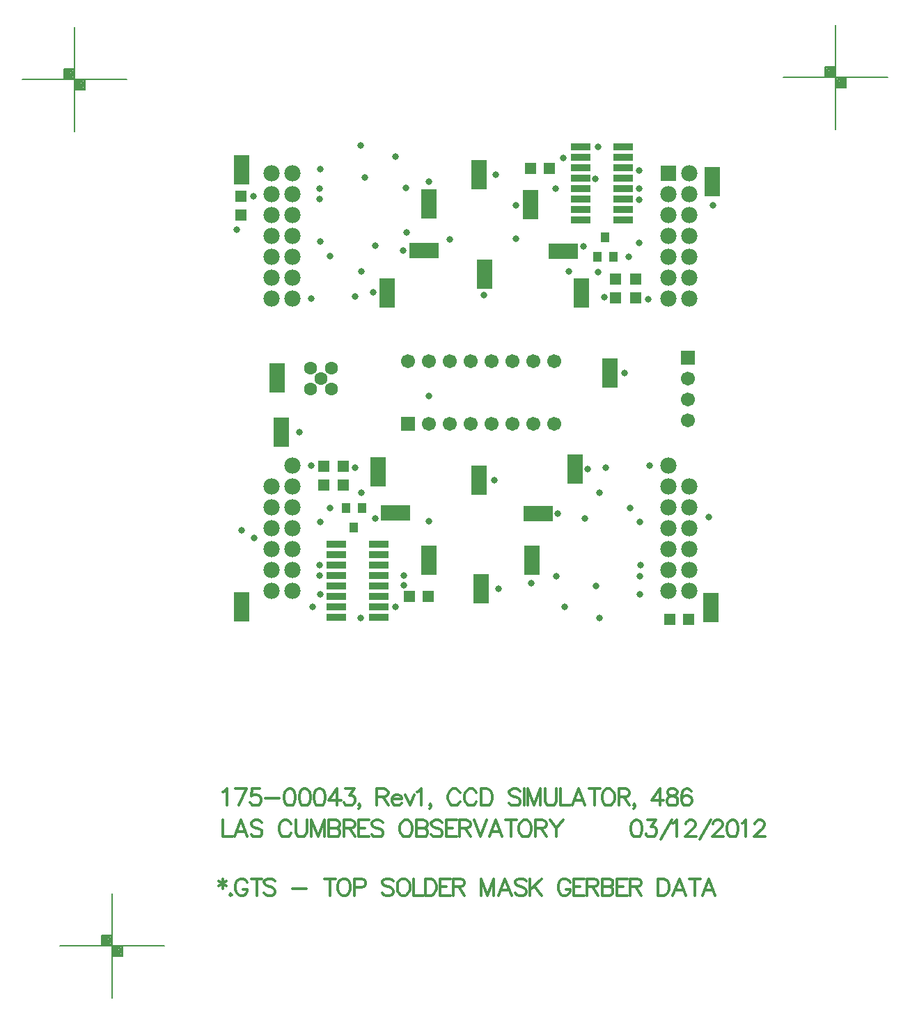
<source format=gts>
%FSLAX23Y23*%
%MOIN*%
G70*
G01*
G75*
G04 Layer_Color=8388736*
%ADD10R,0.070X0.135*%
%ADD11R,0.087X0.024*%
%ADD12R,0.135X0.070*%
%ADD13R,0.050X0.050*%
%ADD14R,0.050X0.050*%
%ADD15R,0.035X0.037*%
%ADD16R,0.035X0.037*%
%ADD17C,0.010*%
%ADD18C,0.012*%
%ADD19C,0.008*%
%ADD20C,0.012*%
%ADD21C,0.012*%
%ADD22R,0.059X0.059*%
%ADD23C,0.059*%
%ADD24C,0.055*%
%ADD25R,0.070X0.070*%
%ADD26C,0.070*%
%ADD27C,0.024*%
%ADD28C,0.040*%
%ADD29C,0.075*%
G04:AMPARAMS|DCode=30|XSize=95.433mil|YSize=95.433mil|CornerRadius=0mil|HoleSize=0mil|Usage=FLASHONLY|Rotation=0.000|XOffset=0mil|YOffset=0mil|HoleType=Round|Shape=Relief|Width=10mil|Gap=10mil|Entries=4|*
%AMTHD30*
7,0,0,0.095,0.075,0.010,45*
%
%ADD30THD30*%
G04:AMPARAMS|DCode=31|XSize=93.465mil|YSize=93.465mil|CornerRadius=0mil|HoleSize=0mil|Usage=FLASHONLY|Rotation=0.000|XOffset=0mil|YOffset=0mil|HoleType=Round|Shape=Relief|Width=10mil|Gap=10mil|Entries=4|*
%AMTHD31*
7,0,0,0.093,0.073,0.010,45*
%
%ADD31THD31*%
%ADD32C,0.073*%
G04:AMPARAMS|DCode=33|XSize=100mil|YSize=100mil|CornerRadius=0mil|HoleSize=0mil|Usage=FLASHONLY|Rotation=0.000|XOffset=0mil|YOffset=0mil|HoleType=Round|Shape=Relief|Width=10mil|Gap=10mil|Entries=4|*
%AMTHD33*
7,0,0,0.100,0.080,0.010,45*
%
%ADD33THD33*%
%ADD34C,0.080*%
%ADD35C,0.050*%
G04:AMPARAMS|DCode=36|XSize=70mil|YSize=70mil|CornerRadius=0mil|HoleSize=0mil|Usage=FLASHONLY|Rotation=0.000|XOffset=0mil|YOffset=0mil|HoleType=Round|Shape=Relief|Width=10mil|Gap=10mil|Entries=4|*
%AMTHD36*
7,0,0,0.070,0.050,0.010,45*
%
%ADD36THD36*%
%ADD37C,0.005*%
%ADD38C,0.006*%
%ADD39C,0.008*%
%ADD40C,0.010*%
%ADD41C,0.024*%
%ADD42C,0.010*%
%ADD43C,0.007*%
%ADD44R,0.169X0.072*%
%ADD45R,0.078X0.143*%
%ADD46R,0.095X0.032*%
%ADD47R,0.143X0.078*%
%ADD48R,0.058X0.058*%
%ADD49R,0.058X0.058*%
%ADD50R,0.043X0.045*%
%ADD51R,0.043X0.045*%
%ADD52R,0.067X0.067*%
%ADD53C,0.067*%
%ADD54C,0.063*%
%ADD55R,0.078X0.078*%
%ADD56C,0.078*%
%ADD57C,0.032*%
D18*
X14113Y6377D02*
Y6331D01*
X14094Y6366D02*
X14132Y6343D01*
Y6366D02*
X14094Y6343D01*
X14152Y6305D02*
X14148Y6301D01*
X14152Y6297D01*
X14156Y6301D01*
X14152Y6305D01*
X14231Y6358D02*
X14227Y6366D01*
X14219Y6373D01*
X14212Y6377D01*
X14196D01*
X14189Y6373D01*
X14181Y6366D01*
X14177Y6358D01*
X14174Y6347D01*
Y6327D01*
X14177Y6316D01*
X14181Y6308D01*
X14189Y6301D01*
X14196Y6297D01*
X14212D01*
X14219Y6301D01*
X14227Y6308D01*
X14231Y6316D01*
Y6327D01*
X14212D02*
X14231D01*
X14276Y6377D02*
Y6297D01*
X14249Y6377D02*
X14302D01*
X14365Y6366D02*
X14358Y6373D01*
X14346Y6377D01*
X14331D01*
X14319Y6373D01*
X14312Y6366D01*
Y6358D01*
X14316Y6350D01*
X14319Y6347D01*
X14327Y6343D01*
X14350Y6335D01*
X14358Y6331D01*
X14361Y6327D01*
X14365Y6320D01*
Y6308D01*
X14358Y6301D01*
X14346Y6297D01*
X14331D01*
X14319Y6301D01*
X14312Y6308D01*
X14446Y6331D02*
X14514D01*
X14628Y6377D02*
Y6297D01*
X14601Y6377D02*
X14654D01*
X14687D02*
X14679Y6373D01*
X14671Y6366D01*
X14668Y6358D01*
X14664Y6347D01*
Y6327D01*
X14668Y6316D01*
X14671Y6308D01*
X14679Y6301D01*
X14687Y6297D01*
X14702D01*
X14709Y6301D01*
X14717Y6308D01*
X14721Y6316D01*
X14725Y6327D01*
Y6347D01*
X14721Y6358D01*
X14717Y6366D01*
X14709Y6373D01*
X14702Y6377D01*
X14687D01*
X14743Y6335D02*
X14778D01*
X14789Y6339D01*
X14793Y6343D01*
X14797Y6350D01*
Y6362D01*
X14793Y6369D01*
X14789Y6373D01*
X14778Y6377D01*
X14743D01*
Y6297D01*
X14931Y6366D02*
X14923Y6373D01*
X14912Y6377D01*
X14896D01*
X14885Y6373D01*
X14877Y6366D01*
Y6358D01*
X14881Y6350D01*
X14885Y6347D01*
X14893Y6343D01*
X14916Y6335D01*
X14923Y6331D01*
X14927Y6327D01*
X14931Y6320D01*
Y6308D01*
X14923Y6301D01*
X14912Y6297D01*
X14896D01*
X14885Y6301D01*
X14877Y6308D01*
X14972Y6377D02*
X14964Y6373D01*
X14956Y6366D01*
X14952Y6358D01*
X14949Y6347D01*
Y6327D01*
X14952Y6316D01*
X14956Y6308D01*
X14964Y6301D01*
X14972Y6297D01*
X14987D01*
X14994Y6301D01*
X15002Y6308D01*
X15006Y6316D01*
X15010Y6327D01*
Y6347D01*
X15006Y6358D01*
X15002Y6366D01*
X14994Y6373D01*
X14987Y6377D01*
X14972D01*
X15028D02*
Y6297D01*
X15074D01*
X15083Y6377D02*
Y6297D01*
Y6377D02*
X15109D01*
X15121Y6373D01*
X15128Y6366D01*
X15132Y6358D01*
X15136Y6347D01*
Y6327D01*
X15132Y6316D01*
X15128Y6308D01*
X15121Y6301D01*
X15109Y6297D01*
X15083D01*
X15203Y6377D02*
X15154D01*
Y6297D01*
X15203D01*
X15154Y6339D02*
X15184D01*
X15217Y6377D02*
Y6297D01*
Y6377D02*
X15251D01*
X15263Y6373D01*
X15266Y6369D01*
X15270Y6362D01*
Y6354D01*
X15266Y6347D01*
X15263Y6343D01*
X15251Y6339D01*
X15217D01*
X15243D02*
X15270Y6297D01*
X15351Y6377D02*
Y6297D01*
Y6377D02*
X15381Y6297D01*
X15412Y6377D02*
X15381Y6297D01*
X15412Y6377D02*
Y6297D01*
X15496D02*
X15465Y6377D01*
X15435Y6297D01*
X15446Y6324D02*
X15484D01*
X15568Y6366D02*
X15560Y6373D01*
X15549Y6377D01*
X15533D01*
X15522Y6373D01*
X15514Y6366D01*
Y6358D01*
X15518Y6350D01*
X15522Y6347D01*
X15530Y6343D01*
X15552Y6335D01*
X15560Y6331D01*
X15564Y6327D01*
X15568Y6320D01*
Y6308D01*
X15560Y6301D01*
X15549Y6297D01*
X15533D01*
X15522Y6301D01*
X15514Y6308D01*
X15585Y6377D02*
Y6297D01*
X15639Y6377D02*
X15585Y6324D01*
X15605Y6343D02*
X15639Y6297D01*
X15777Y6358D02*
X15773Y6366D01*
X15765Y6373D01*
X15758Y6377D01*
X15742D01*
X15735Y6373D01*
X15727Y6366D01*
X15723Y6358D01*
X15720Y6347D01*
Y6327D01*
X15723Y6316D01*
X15727Y6308D01*
X15735Y6301D01*
X15742Y6297D01*
X15758D01*
X15765Y6301D01*
X15773Y6308D01*
X15777Y6316D01*
Y6327D01*
X15758D02*
X15777D01*
X15844Y6377D02*
X15795D01*
Y6297D01*
X15844D01*
X15795Y6339D02*
X15825D01*
X15858Y6377D02*
Y6297D01*
Y6377D02*
X15892D01*
X15904Y6373D01*
X15907Y6369D01*
X15911Y6362D01*
Y6354D01*
X15907Y6347D01*
X15904Y6343D01*
X15892Y6339D01*
X15858D01*
X15884D02*
X15911Y6297D01*
X15929Y6377D02*
Y6297D01*
Y6377D02*
X15963D01*
X15975Y6373D01*
X15979Y6369D01*
X15982Y6362D01*
Y6354D01*
X15979Y6347D01*
X15975Y6343D01*
X15963Y6339D01*
X15929D02*
X15963D01*
X15975Y6335D01*
X15979Y6331D01*
X15982Y6324D01*
Y6312D01*
X15979Y6305D01*
X15975Y6301D01*
X15963Y6297D01*
X15929D01*
X16050Y6377D02*
X16000D01*
Y6297D01*
X16050D01*
X16000Y6339D02*
X16031D01*
X16063Y6377D02*
Y6297D01*
Y6377D02*
X16097D01*
X16109Y6373D01*
X16113Y6369D01*
X16116Y6362D01*
Y6354D01*
X16113Y6347D01*
X16109Y6343D01*
X16097Y6339D01*
X16063D01*
X16090D02*
X16116Y6297D01*
X16197Y6377D02*
Y6297D01*
Y6377D02*
X16224D01*
X16235Y6373D01*
X16243Y6366D01*
X16247Y6358D01*
X16250Y6347D01*
Y6327D01*
X16247Y6316D01*
X16243Y6308D01*
X16235Y6301D01*
X16224Y6297D01*
X16197D01*
X16329D02*
X16299Y6377D01*
X16268Y6297D01*
X16280Y6324D02*
X16318D01*
X16375Y6377D02*
Y6297D01*
X16348Y6377D02*
X16401D01*
X16472Y6297D02*
X16441Y6377D01*
X16411Y6297D01*
X16422Y6324D02*
X16460D01*
D19*
X16796Y10217D02*
X17296D01*
X17046Y9967D02*
Y10467D01*
X17096Y10167D02*
Y10217D01*
X17046Y10167D02*
X17096D01*
X16996Y10217D02*
Y10267D01*
X17046D01*
X17001Y10222D02*
X17041D01*
X17001D02*
Y10262D01*
X17041D01*
Y10222D02*
Y10262D01*
X17006Y10227D02*
X17036D01*
X17006D02*
Y10257D01*
X17036D01*
Y10232D02*
Y10257D01*
X17011Y10232D02*
X17031D01*
X17011D02*
Y10252D01*
X17031D01*
Y10237D02*
Y10252D01*
X17016Y10237D02*
X17026D01*
X17016D02*
Y10247D01*
X17026D01*
Y10237D02*
Y10247D01*
X17016Y10242D02*
X17026D01*
X17051Y10172D02*
X17091D01*
X17051D02*
Y10212D01*
X17091D01*
Y10172D02*
Y10212D01*
X17056Y10177D02*
X17086D01*
X17056D02*
Y10207D01*
X17086D01*
Y10182D02*
Y10207D01*
X17061Y10182D02*
X17081D01*
X17061D02*
Y10202D01*
X17081D01*
Y10187D02*
Y10202D01*
X17066Y10187D02*
X17076D01*
X17066D02*
Y10197D01*
X17076D01*
Y10187D02*
Y10197D01*
X17066Y10192D02*
X17076D01*
X13155Y10207D02*
X13655D01*
X13405Y9957D02*
Y10457D01*
X13455Y10157D02*
Y10207D01*
X13405Y10157D02*
X13455D01*
X13355Y10207D02*
Y10257D01*
X13405D01*
X13360Y10212D02*
X13400D01*
X13360D02*
Y10252D01*
X13400D01*
Y10212D02*
Y10252D01*
X13365Y10217D02*
X13395D01*
X13365D02*
Y10247D01*
X13395D01*
Y10222D02*
Y10247D01*
X13370Y10222D02*
X13390D01*
X13370D02*
Y10242D01*
X13390D01*
Y10227D02*
Y10242D01*
X13375Y10227D02*
X13385D01*
X13375D02*
Y10237D01*
X13385D01*
Y10227D02*
Y10237D01*
X13375Y10232D02*
X13385D01*
X13410Y10162D02*
X13450D01*
X13410D02*
Y10202D01*
X13450D01*
Y10162D02*
Y10202D01*
X13415Y10167D02*
X13445D01*
X13415D02*
Y10197D01*
X13445D01*
Y10172D02*
Y10197D01*
X13420Y10172D02*
X13440D01*
X13420D02*
Y10192D01*
X13440D01*
Y10177D02*
Y10192D01*
X13425Y10177D02*
X13435D01*
X13425D02*
Y10187D01*
X13435D01*
Y10177D02*
Y10187D01*
X13425Y10182D02*
X13435D01*
X13334Y6057D02*
X13834D01*
X13584Y5807D02*
Y6307D01*
X13634Y6007D02*
Y6057D01*
X13584Y6007D02*
X13634D01*
X13534Y6057D02*
Y6107D01*
X13584D01*
X13539Y6062D02*
X13579D01*
X13539D02*
Y6102D01*
X13579D01*
Y6062D02*
Y6102D01*
X13544Y6067D02*
X13574D01*
X13544D02*
Y6097D01*
X13574D01*
Y6072D02*
Y6097D01*
X13549Y6072D02*
X13569D01*
X13549D02*
Y6092D01*
X13569D01*
Y6077D02*
Y6092D01*
X13554Y6077D02*
X13564D01*
X13554D02*
Y6087D01*
X13564D01*
Y6077D02*
Y6087D01*
X13554Y6082D02*
X13564D01*
X13589Y6012D02*
X13629D01*
X13589D02*
Y6052D01*
X13629D01*
Y6012D02*
Y6052D01*
X13594Y6017D02*
X13624D01*
X13594D02*
Y6047D01*
X13624D01*
Y6022D02*
Y6047D01*
X13599Y6022D02*
X13619D01*
X13599D02*
Y6042D01*
X13619D01*
Y6027D02*
Y6042D01*
X13604Y6027D02*
X13614D01*
X13604D02*
Y6037D01*
X13614D01*
Y6027D02*
Y6037D01*
X13604Y6032D02*
X13614D01*
D20*
X14115Y6658D02*
Y6578D01*
X14161D01*
X14230D02*
X14200Y6658D01*
X14169Y6578D01*
X14181Y6604D02*
X14219D01*
X14302Y6646D02*
X14295Y6654D01*
X14283Y6658D01*
X14268D01*
X14257Y6654D01*
X14249Y6646D01*
Y6639D01*
X14253Y6631D01*
X14257Y6627D01*
X14264Y6623D01*
X14287Y6616D01*
X14295Y6612D01*
X14299Y6608D01*
X14302Y6600D01*
Y6589D01*
X14295Y6581D01*
X14283Y6578D01*
X14268D01*
X14257Y6581D01*
X14249Y6589D01*
X14440Y6639D02*
X14436Y6646D01*
X14429Y6654D01*
X14421Y6658D01*
X14406D01*
X14398Y6654D01*
X14391Y6646D01*
X14387Y6639D01*
X14383Y6627D01*
Y6608D01*
X14387Y6597D01*
X14391Y6589D01*
X14398Y6581D01*
X14406Y6578D01*
X14421D01*
X14429Y6581D01*
X14436Y6589D01*
X14440Y6597D01*
X14463Y6658D02*
Y6600D01*
X14467Y6589D01*
X14474Y6581D01*
X14486Y6578D01*
X14493D01*
X14505Y6581D01*
X14512Y6589D01*
X14516Y6600D01*
Y6658D01*
X14538D02*
Y6578D01*
Y6658D02*
X14569Y6578D01*
X14599Y6658D02*
X14569Y6578D01*
X14599Y6658D02*
Y6578D01*
X14622Y6658D02*
Y6578D01*
Y6658D02*
X14656D01*
X14668Y6654D01*
X14671Y6650D01*
X14675Y6642D01*
Y6635D01*
X14671Y6627D01*
X14668Y6623D01*
X14656Y6619D01*
X14622D02*
X14656D01*
X14668Y6616D01*
X14671Y6612D01*
X14675Y6604D01*
Y6593D01*
X14671Y6585D01*
X14668Y6581D01*
X14656Y6578D01*
X14622D01*
X14693Y6658D02*
Y6578D01*
Y6658D02*
X14727D01*
X14739Y6654D01*
X14743Y6650D01*
X14747Y6642D01*
Y6635D01*
X14743Y6627D01*
X14739Y6623D01*
X14727Y6619D01*
X14693D01*
X14720D02*
X14747Y6578D01*
X14814Y6658D02*
X14764D01*
Y6578D01*
X14814D01*
X14764Y6619D02*
X14795D01*
X14881Y6646D02*
X14873Y6654D01*
X14862Y6658D01*
X14846D01*
X14835Y6654D01*
X14827Y6646D01*
Y6639D01*
X14831Y6631D01*
X14835Y6627D01*
X14842Y6623D01*
X14865Y6616D01*
X14873Y6612D01*
X14877Y6608D01*
X14881Y6600D01*
Y6589D01*
X14873Y6581D01*
X14862Y6578D01*
X14846D01*
X14835Y6581D01*
X14827Y6589D01*
X14984Y6658D02*
X14977Y6654D01*
X14969Y6646D01*
X14965Y6639D01*
X14961Y6627D01*
Y6608D01*
X14965Y6597D01*
X14969Y6589D01*
X14977Y6581D01*
X14984Y6578D01*
X14999D01*
X15007Y6581D01*
X15015Y6589D01*
X15018Y6597D01*
X15022Y6608D01*
Y6627D01*
X15018Y6639D01*
X15015Y6646D01*
X15007Y6654D01*
X14999Y6658D01*
X14984D01*
X15041D02*
Y6578D01*
Y6658D02*
X15075D01*
X15087Y6654D01*
X15090Y6650D01*
X15094Y6642D01*
Y6635D01*
X15090Y6627D01*
X15087Y6623D01*
X15075Y6619D01*
X15041D02*
X15075D01*
X15087Y6616D01*
X15090Y6612D01*
X15094Y6604D01*
Y6593D01*
X15090Y6585D01*
X15087Y6581D01*
X15075Y6578D01*
X15041D01*
X15165Y6646D02*
X15158Y6654D01*
X15146Y6658D01*
X15131D01*
X15120Y6654D01*
X15112Y6646D01*
Y6639D01*
X15116Y6631D01*
X15120Y6627D01*
X15127Y6623D01*
X15150Y6616D01*
X15158Y6612D01*
X15162Y6608D01*
X15165Y6600D01*
Y6589D01*
X15158Y6581D01*
X15146Y6578D01*
X15131D01*
X15120Y6581D01*
X15112Y6589D01*
X15233Y6658D02*
X15183D01*
Y6578D01*
X15233D01*
X15183Y6619D02*
X15214D01*
X15246Y6658D02*
Y6578D01*
Y6658D02*
X15280D01*
X15292Y6654D01*
X15296Y6650D01*
X15300Y6642D01*
Y6635D01*
X15296Y6627D01*
X15292Y6623D01*
X15280Y6619D01*
X15246D01*
X15273D02*
X15300Y6578D01*
X15317Y6658D02*
X15348Y6578D01*
X15378Y6658D02*
X15348Y6578D01*
X15450D02*
X15419Y6658D01*
X15389Y6578D01*
X15400Y6604D02*
X15438D01*
X15495Y6658D02*
Y6578D01*
X15468Y6658D02*
X15522D01*
X15554D02*
X15546Y6654D01*
X15539Y6646D01*
X15535Y6639D01*
X15531Y6627D01*
Y6608D01*
X15535Y6597D01*
X15539Y6589D01*
X15546Y6581D01*
X15554Y6578D01*
X15569D01*
X15577Y6581D01*
X15584Y6589D01*
X15588Y6597D01*
X15592Y6608D01*
Y6627D01*
X15588Y6639D01*
X15584Y6646D01*
X15577Y6654D01*
X15569Y6658D01*
X15554D01*
X15611D02*
Y6578D01*
Y6658D02*
X15645D01*
X15656Y6654D01*
X15660Y6650D01*
X15664Y6642D01*
Y6635D01*
X15660Y6627D01*
X15656Y6623D01*
X15645Y6619D01*
X15611D01*
X15637D02*
X15664Y6578D01*
X15682Y6658D02*
X15712Y6619D01*
Y6578D01*
X15743Y6658D02*
X15712Y6619D01*
X16090Y6658D02*
X16079Y6654D01*
X16071Y6642D01*
X16067Y6623D01*
Y6612D01*
X16071Y6593D01*
X16079Y6581D01*
X16090Y6578D01*
X16098D01*
X16109Y6581D01*
X16117Y6593D01*
X16121Y6612D01*
Y6623D01*
X16117Y6642D01*
X16109Y6654D01*
X16098Y6658D01*
X16090D01*
X16146D02*
X16188D01*
X16165Y6627D01*
X16177D01*
X16184Y6623D01*
X16188Y6619D01*
X16192Y6608D01*
Y6600D01*
X16188Y6589D01*
X16180Y6581D01*
X16169Y6578D01*
X16158D01*
X16146Y6581D01*
X16142Y6585D01*
X16139Y6593D01*
X16210Y6566D02*
X16263Y6658D01*
X16268Y6642D02*
X16276Y6646D01*
X16288Y6658D01*
Y6578D01*
X16331Y6639D02*
Y6642D01*
X16335Y6650D01*
X16339Y6654D01*
X16346Y6658D01*
X16361D01*
X16369Y6654D01*
X16373Y6650D01*
X16377Y6642D01*
Y6635D01*
X16373Y6627D01*
X16365Y6616D01*
X16327Y6578D01*
X16380D01*
X16398Y6566D02*
X16452Y6658D01*
X16461Y6639D02*
Y6642D01*
X16465Y6650D01*
X16468Y6654D01*
X16476Y6658D01*
X16491D01*
X16499Y6654D01*
X16503Y6650D01*
X16507Y6642D01*
Y6635D01*
X16503Y6627D01*
X16495Y6616D01*
X16457Y6578D01*
X16510D01*
X16551Y6658D02*
X16540Y6654D01*
X16532Y6642D01*
X16528Y6623D01*
Y6612D01*
X16532Y6593D01*
X16540Y6581D01*
X16551Y6578D01*
X16559D01*
X16570Y6581D01*
X16578Y6593D01*
X16582Y6612D01*
Y6623D01*
X16578Y6642D01*
X16570Y6654D01*
X16559Y6658D01*
X16551D01*
X16599Y6642D02*
X16607Y6646D01*
X16618Y6658D01*
Y6578D01*
X16662Y6639D02*
Y6642D01*
X16666Y6650D01*
X16670Y6654D01*
X16677Y6658D01*
X16692D01*
X16700Y6654D01*
X16704Y6650D01*
X16708Y6642D01*
Y6635D01*
X16704Y6627D01*
X16696Y6616D01*
X16658Y6578D01*
X16711D01*
D21*
X14115Y6792D02*
X14123Y6796D01*
X14134Y6808D01*
Y6728D01*
X14227Y6808D02*
X14189Y6728D01*
X14174Y6808D02*
X14227D01*
X14291D02*
X14253D01*
X14249Y6773D01*
X14253Y6777D01*
X14264Y6781D01*
X14275D01*
X14287Y6777D01*
X14294Y6769D01*
X14298Y6758D01*
Y6750D01*
X14294Y6739D01*
X14287Y6731D01*
X14275Y6728D01*
X14264D01*
X14253Y6731D01*
X14249Y6735D01*
X14245Y6743D01*
X14316Y6762D02*
X14385D01*
X14431Y6808D02*
X14420Y6804D01*
X14412Y6792D01*
X14408Y6773D01*
Y6762D01*
X14412Y6743D01*
X14420Y6731D01*
X14431Y6728D01*
X14439D01*
X14450Y6731D01*
X14458Y6743D01*
X14462Y6762D01*
Y6773D01*
X14458Y6792D01*
X14450Y6804D01*
X14439Y6808D01*
X14431D01*
X14502D02*
X14491Y6804D01*
X14483Y6792D01*
X14480Y6773D01*
Y6762D01*
X14483Y6743D01*
X14491Y6731D01*
X14502Y6728D01*
X14510D01*
X14521Y6731D01*
X14529Y6743D01*
X14533Y6762D01*
Y6773D01*
X14529Y6792D01*
X14521Y6804D01*
X14510Y6808D01*
X14502D01*
X14574D02*
X14562Y6804D01*
X14555Y6792D01*
X14551Y6773D01*
Y6762D01*
X14555Y6743D01*
X14562Y6731D01*
X14574Y6728D01*
X14581D01*
X14593Y6731D01*
X14600Y6743D01*
X14604Y6762D01*
Y6773D01*
X14600Y6792D01*
X14593Y6804D01*
X14581Y6808D01*
X14574D01*
X14660D02*
X14622Y6754D01*
X14679D01*
X14660Y6808D02*
Y6728D01*
X14701Y6808D02*
X14743D01*
X14720Y6777D01*
X14731D01*
X14739Y6773D01*
X14743Y6769D01*
X14747Y6758D01*
Y6750D01*
X14743Y6739D01*
X14735Y6731D01*
X14724Y6728D01*
X14712D01*
X14701Y6731D01*
X14697Y6735D01*
X14693Y6743D01*
X14772Y6731D02*
X14768Y6728D01*
X14764Y6731D01*
X14768Y6735D01*
X14772Y6731D01*
Y6724D01*
X14768Y6716D01*
X14764Y6712D01*
X14852Y6808D02*
Y6728D01*
Y6808D02*
X14887D01*
X14898Y6804D01*
X14902Y6800D01*
X14906Y6792D01*
Y6785D01*
X14902Y6777D01*
X14898Y6773D01*
X14887Y6769D01*
X14852D01*
X14879D02*
X14906Y6728D01*
X14924Y6758D02*
X14969D01*
Y6766D01*
X14966Y6773D01*
X14962Y6777D01*
X14954Y6781D01*
X14943D01*
X14935Y6777D01*
X14927Y6769D01*
X14924Y6758D01*
Y6750D01*
X14927Y6739D01*
X14935Y6731D01*
X14943Y6728D01*
X14954D01*
X14962Y6731D01*
X14969Y6739D01*
X14986Y6781D02*
X15009Y6728D01*
X15032Y6781D02*
X15009Y6728D01*
X15045Y6792D02*
X15053Y6796D01*
X15064Y6808D01*
Y6728D01*
X15111Y6731D02*
X15108Y6728D01*
X15104Y6731D01*
X15108Y6735D01*
X15111Y6731D01*
Y6724D01*
X15108Y6716D01*
X15104Y6712D01*
X15249Y6789D02*
X15245Y6796D01*
X15237Y6804D01*
X15230Y6808D01*
X15215D01*
X15207Y6804D01*
X15199Y6796D01*
X15196Y6789D01*
X15192Y6777D01*
Y6758D01*
X15196Y6747D01*
X15199Y6739D01*
X15207Y6731D01*
X15215Y6728D01*
X15230D01*
X15237Y6731D01*
X15245Y6739D01*
X15249Y6747D01*
X15328Y6789D02*
X15325Y6796D01*
X15317Y6804D01*
X15309Y6808D01*
X15294D01*
X15287Y6804D01*
X15279Y6796D01*
X15275Y6789D01*
X15271Y6777D01*
Y6758D01*
X15275Y6747D01*
X15279Y6739D01*
X15287Y6731D01*
X15294Y6728D01*
X15309D01*
X15317Y6731D01*
X15325Y6739D01*
X15328Y6747D01*
X15351Y6808D02*
Y6728D01*
Y6808D02*
X15378D01*
X15389Y6804D01*
X15397Y6796D01*
X15400Y6789D01*
X15404Y6777D01*
Y6758D01*
X15400Y6747D01*
X15397Y6739D01*
X15389Y6731D01*
X15378Y6728D01*
X15351D01*
X15538Y6796D02*
X15531Y6804D01*
X15519Y6808D01*
X15504D01*
X15493Y6804D01*
X15485Y6796D01*
Y6789D01*
X15489Y6781D01*
X15493Y6777D01*
X15500Y6773D01*
X15523Y6766D01*
X15531Y6762D01*
X15535Y6758D01*
X15538Y6750D01*
Y6739D01*
X15531Y6731D01*
X15519Y6728D01*
X15504D01*
X15493Y6731D01*
X15485Y6739D01*
X15556Y6808D02*
Y6728D01*
X15573Y6808D02*
Y6728D01*
Y6808D02*
X15603Y6728D01*
X15634Y6808D02*
X15603Y6728D01*
X15634Y6808D02*
Y6728D01*
X15657Y6808D02*
Y6750D01*
X15661Y6739D01*
X15668Y6731D01*
X15680Y6728D01*
X15687D01*
X15699Y6731D01*
X15706Y6739D01*
X15710Y6750D01*
Y6808D01*
X15732D02*
Y6728D01*
X15778D01*
X15848D02*
X15817Y6808D01*
X15787Y6728D01*
X15798Y6754D02*
X15836D01*
X15893Y6808D02*
Y6728D01*
X15866Y6808D02*
X15920D01*
X15952D02*
X15944Y6804D01*
X15937Y6796D01*
X15933Y6789D01*
X15929Y6777D01*
Y6758D01*
X15933Y6747D01*
X15937Y6739D01*
X15944Y6731D01*
X15952Y6728D01*
X15967D01*
X15975Y6731D01*
X15982Y6739D01*
X15986Y6747D01*
X15990Y6758D01*
Y6777D01*
X15986Y6789D01*
X15982Y6796D01*
X15975Y6804D01*
X15967Y6808D01*
X15952D01*
X16009D02*
Y6728D01*
Y6808D02*
X16043D01*
X16054Y6804D01*
X16058Y6800D01*
X16062Y6792D01*
Y6785D01*
X16058Y6777D01*
X16054Y6773D01*
X16043Y6769D01*
X16009D01*
X16035D02*
X16062Y6728D01*
X16088Y6731D02*
X16084Y6728D01*
X16080Y6731D01*
X16084Y6735D01*
X16088Y6731D01*
Y6724D01*
X16084Y6716D01*
X16080Y6712D01*
X16206Y6808D02*
X16168Y6754D01*
X16225D01*
X16206Y6808D02*
Y6728D01*
X16258Y6808D02*
X16247Y6804D01*
X16243Y6796D01*
Y6789D01*
X16247Y6781D01*
X16254Y6777D01*
X16270Y6773D01*
X16281Y6769D01*
X16289Y6762D01*
X16292Y6754D01*
Y6743D01*
X16289Y6735D01*
X16285Y6731D01*
X16273Y6728D01*
X16258D01*
X16247Y6731D01*
X16243Y6735D01*
X16239Y6743D01*
Y6754D01*
X16243Y6762D01*
X16251Y6769D01*
X16262Y6773D01*
X16277Y6777D01*
X16285Y6781D01*
X16289Y6789D01*
Y6796D01*
X16285Y6804D01*
X16273Y6808D01*
X16258D01*
X16356Y6796D02*
X16352Y6804D01*
X16341Y6808D01*
X16333D01*
X16322Y6804D01*
X16314Y6792D01*
X16310Y6773D01*
Y6754D01*
X16314Y6739D01*
X16322Y6731D01*
X16333Y6728D01*
X16337D01*
X16348Y6731D01*
X16356Y6739D01*
X16360Y6750D01*
Y6754D01*
X16356Y6766D01*
X16348Y6773D01*
X16337Y6777D01*
X16333D01*
X16322Y6773D01*
X16314Y6766D01*
X16310Y6754D01*
D45*
X15340Y8286D02*
D03*
X15366Y9274D02*
D03*
X15967Y8798D02*
D03*
X14373Y8776D02*
D03*
X16451Y7677D02*
D03*
X15352Y7767D02*
D03*
X15342Y9748D02*
D03*
X14205Y9772D02*
D03*
X14203Y7680D02*
D03*
X16458Y9717D02*
D03*
X15800Y8340D02*
D03*
X15830Y9183D02*
D03*
X14902Y9182D02*
D03*
X14856Y8327D02*
D03*
X15593Y7904D02*
D03*
X15587Y9606D02*
D03*
X15099Y9610D02*
D03*
Y7904D02*
D03*
X14394Y8517D02*
D03*
D46*
X15826Y9882D02*
D03*
Y9832D02*
D03*
Y9782D02*
D03*
Y9732D02*
D03*
Y9682D02*
D03*
Y9632D02*
D03*
Y9582D02*
D03*
Y9532D02*
D03*
X16031Y9882D02*
D03*
Y9832D02*
D03*
Y9782D02*
D03*
Y9732D02*
D03*
Y9682D02*
D03*
Y9632D02*
D03*
Y9582D02*
D03*
Y9532D02*
D03*
X14861Y7628D02*
D03*
Y7678D02*
D03*
Y7728D02*
D03*
Y7778D02*
D03*
Y7828D02*
D03*
Y7878D02*
D03*
Y7928D02*
D03*
Y7978D02*
D03*
X14656Y7628D02*
D03*
Y7678D02*
D03*
Y7728D02*
D03*
Y7778D02*
D03*
Y7828D02*
D03*
Y7878D02*
D03*
Y7928D02*
D03*
Y7978D02*
D03*
D47*
X15624Y8127D02*
D03*
X15744Y9382D02*
D03*
X15077Y9385D02*
D03*
X14942Y8128D02*
D03*
D48*
X16344Y7618D02*
D03*
X16254D02*
D03*
X15678Y9781D02*
D03*
X15588D02*
D03*
X15008Y7729D02*
D03*
X15098D02*
D03*
D49*
X14200Y9557D02*
D03*
Y9647D02*
D03*
X16090Y9248D02*
D03*
Y9158D02*
D03*
X14596Y8262D02*
D03*
Y8352D02*
D03*
X15995Y9248D02*
D03*
Y9158D02*
D03*
X14691Y8262D02*
D03*
Y8352D02*
D03*
D50*
X15945Y9449D02*
D03*
X15908Y9357D02*
D03*
X14741Y8061D02*
D03*
X14779Y8153D02*
D03*
D51*
X15983Y9357D02*
D03*
X14704Y8153D02*
D03*
D52*
X14999Y8557D02*
D03*
X16342Y8874D02*
D03*
D53*
X15099Y8557D02*
D03*
X15199D02*
D03*
X15299D02*
D03*
X15399D02*
D03*
X15499D02*
D03*
X15599D02*
D03*
X15699D02*
D03*
X14999Y8857D02*
D03*
X15099D02*
D03*
X15199D02*
D03*
X15299D02*
D03*
X15399D02*
D03*
X15499D02*
D03*
X15599D02*
D03*
X15699D02*
D03*
X16342Y8574D02*
D03*
Y8674D02*
D03*
Y8774D02*
D03*
D54*
X14635Y8722D02*
D03*
X14535D02*
D03*
Y8822D02*
D03*
X14635D02*
D03*
X14585Y8772D02*
D03*
D55*
X16246Y9757D02*
D03*
D56*
Y9657D02*
D03*
Y9557D02*
D03*
Y9457D02*
D03*
Y9357D02*
D03*
Y9257D02*
D03*
Y9157D02*
D03*
Y8357D02*
D03*
Y8257D02*
D03*
Y8157D02*
D03*
Y8057D02*
D03*
Y7957D02*
D03*
Y7857D02*
D03*
Y7757D02*
D03*
X16346Y9757D02*
D03*
Y9657D02*
D03*
Y9557D02*
D03*
Y9457D02*
D03*
Y9357D02*
D03*
Y9257D02*
D03*
Y9157D02*
D03*
Y8257D02*
D03*
Y8157D02*
D03*
Y8057D02*
D03*
Y7957D02*
D03*
Y7857D02*
D03*
Y7757D02*
D03*
X14446Y9757D02*
D03*
Y9657D02*
D03*
Y9557D02*
D03*
Y9457D02*
D03*
Y9357D02*
D03*
Y9257D02*
D03*
Y9157D02*
D03*
Y8357D02*
D03*
Y8257D02*
D03*
Y8157D02*
D03*
Y8057D02*
D03*
Y7957D02*
D03*
Y7857D02*
D03*
Y7757D02*
D03*
X14346Y9757D02*
D03*
Y9657D02*
D03*
Y9557D02*
D03*
Y9457D02*
D03*
Y9357D02*
D03*
Y9257D02*
D03*
Y9157D02*
D03*
Y8257D02*
D03*
Y8157D02*
D03*
Y8057D02*
D03*
Y7957D02*
D03*
Y7857D02*
D03*
Y7757D02*
D03*
D57*
X14180Y9487D02*
D03*
X14480Y8516D02*
D03*
X16036Y8800D02*
D03*
X15422Y9749D02*
D03*
X15365Y9173D02*
D03*
X15414Y8287D02*
D03*
X15433Y7766D02*
D03*
X14259Y9647D02*
D03*
X16459Y9603D02*
D03*
X14203Y8045D02*
D03*
X15516Y9603D02*
D03*
Y9442D02*
D03*
X15200Y9441D02*
D03*
X15101Y8089D02*
D03*
Y8688D02*
D03*
X14994Y9473D02*
D03*
X14543Y7681D02*
D03*
X15769Y9285D02*
D03*
X16441Y8111D02*
D03*
X14845Y9410D02*
D03*
X14628Y9361D02*
D03*
X14776Y9287D02*
D03*
X14536Y9157D02*
D03*
X14580Y9428D02*
D03*
X14775Y9888D02*
D03*
X14941Y9835D02*
D03*
X14746Y9167D02*
D03*
X14580Y9775D02*
D03*
X14578Y9634D02*
D03*
X15841Y9406D02*
D03*
X16058Y9357D02*
D03*
X15910Y9283D02*
D03*
X16150Y9153D02*
D03*
X16106Y9424D02*
D03*
X15911Y9884D02*
D03*
X15745Y9831D02*
D03*
X15940Y9163D02*
D03*
X16106Y9771D02*
D03*
X16108Y9630D02*
D03*
X15847Y8104D02*
D03*
X16064Y8153D02*
D03*
X15916Y8227D02*
D03*
X16156Y8357D02*
D03*
X15917Y7626D02*
D03*
X16112Y8086D02*
D03*
X15751Y7679D02*
D03*
X15946Y8347D02*
D03*
X16112Y7739D02*
D03*
X16114Y7880D02*
D03*
X14845Y8104D02*
D03*
X14628Y8153D02*
D03*
X14536Y8357D02*
D03*
X14580Y7739D02*
D03*
Y8086D02*
D03*
X14775Y7626D02*
D03*
X14746Y8347D02*
D03*
X14941Y7679D02*
D03*
X14578Y7880D02*
D03*
X14776Y8227D02*
D03*
X15708Y9683D02*
D03*
X14990Y9686D02*
D03*
X14980Y7828D02*
D03*
X15709Y7827D02*
D03*
X15901Y7778D02*
D03*
X14794Y9735D02*
D03*
X14982Y7782D02*
D03*
X15896Y9731D02*
D03*
X16107Y9682D02*
D03*
X14577Y9684D02*
D03*
X14576Y7830D02*
D03*
X16111Y7827D02*
D03*
X14834Y9187D02*
D03*
X14978Y9386D02*
D03*
X15099Y9716D02*
D03*
X15592Y7792D02*
D03*
X15716Y8127D02*
D03*
X15861Y8339D02*
D03*
X14263Y8008D02*
D03*
M02*

</source>
